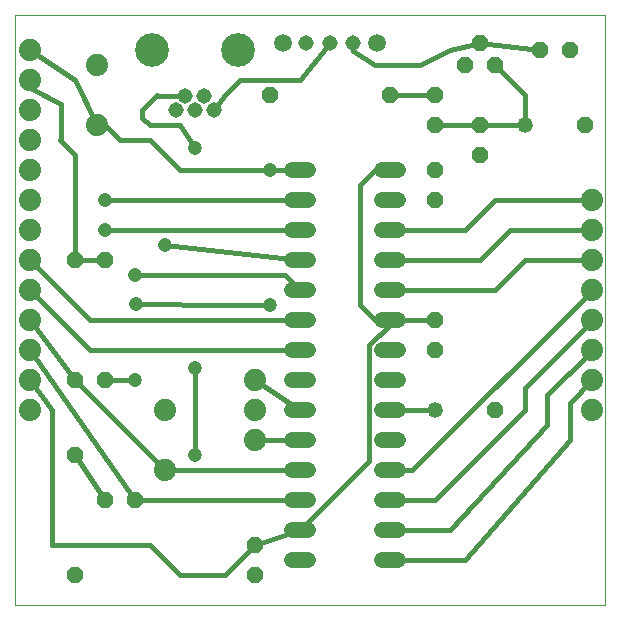
<source format=gtl>
G75*
%MOIN*%
%OFA0B0*%
%FSLAX25Y25*%
%IPPOS*%
%LPD*%
%AMOC8*
5,1,8,0,0,1.08239X$1,22.5*
%
%ADD10C,0.00000*%
%ADD11OC8,0.05200*%
%ADD12C,0.05200*%
%ADD13C,0.05150*%
%ADD14C,0.11220*%
%ADD15C,0.05200*%
%ADD16C,0.05937*%
%ADD17C,0.07400*%
%ADD18C,0.01600*%
%ADD19C,0.04750*%
D10*
X0006000Y0001800D02*
X0006000Y0198650D01*
X0202850Y0198650D01*
X0202850Y0001800D01*
X0006000Y0001800D01*
D11*
X0026000Y0011800D03*
X0036000Y0036800D03*
X0046000Y0036800D03*
X0026000Y0051800D03*
X0026000Y0076800D03*
X0036000Y0076800D03*
X0036000Y0116800D03*
X0026000Y0116800D03*
X0091000Y0171800D03*
X0131000Y0171800D03*
X0146000Y0171800D03*
X0156000Y0181800D03*
X0161000Y0189300D03*
X0166000Y0181800D03*
X0181000Y0186800D03*
X0191000Y0186800D03*
X0196000Y0161800D03*
X0161000Y0161800D03*
X0161000Y0151800D03*
X0146000Y0146800D03*
X0146000Y0136800D03*
X0146000Y0161800D03*
X0146000Y0096800D03*
X0146000Y0086800D03*
X0166000Y0066800D03*
X0086000Y0021800D03*
X0086000Y0011800D03*
D12*
X0146000Y0066800D03*
X0176000Y0161800D03*
D13*
X0118874Y0189300D03*
X0111000Y0189300D03*
X0103126Y0189300D03*
X0072299Y0166721D03*
X0069150Y0171446D03*
X0066000Y0166721D03*
X0062850Y0171446D03*
X0059701Y0166721D03*
D14*
X0051630Y0186800D03*
X0080370Y0186800D03*
D15*
X0098400Y0146800D02*
X0103600Y0146800D01*
X0103600Y0136800D02*
X0098400Y0136800D01*
X0098400Y0126800D02*
X0103600Y0126800D01*
X0103600Y0116800D02*
X0098400Y0116800D01*
X0098400Y0106800D02*
X0103600Y0106800D01*
X0103600Y0096800D02*
X0098400Y0096800D01*
X0098400Y0086800D02*
X0103600Y0086800D01*
X0103600Y0076800D02*
X0098400Y0076800D01*
X0098400Y0066800D02*
X0103600Y0066800D01*
X0103600Y0056800D02*
X0098400Y0056800D01*
X0098400Y0046800D02*
X0103600Y0046800D01*
X0103600Y0036800D02*
X0098400Y0036800D01*
X0098400Y0026800D02*
X0103600Y0026800D01*
X0103600Y0016800D02*
X0098400Y0016800D01*
X0128400Y0016800D02*
X0133600Y0016800D01*
X0133600Y0026800D02*
X0128400Y0026800D01*
X0128400Y0036800D02*
X0133600Y0036800D01*
X0133600Y0046800D02*
X0128400Y0046800D01*
X0128400Y0056800D02*
X0133600Y0056800D01*
X0133600Y0066800D02*
X0128400Y0066800D01*
X0128400Y0076800D02*
X0133600Y0076800D01*
X0133600Y0086800D02*
X0128400Y0086800D01*
X0128400Y0096800D02*
X0133600Y0096800D01*
X0133600Y0106800D02*
X0128400Y0106800D01*
X0128400Y0116800D02*
X0133600Y0116800D01*
X0133600Y0126800D02*
X0128400Y0126800D01*
X0128400Y0136800D02*
X0133600Y0136800D01*
X0133600Y0146800D02*
X0128400Y0146800D01*
D16*
X0126748Y0189300D03*
X0095252Y0189300D03*
D17*
X0033500Y0181800D03*
X0033500Y0161800D03*
X0011000Y0156800D03*
X0011000Y0146800D03*
X0011000Y0136800D03*
X0011000Y0126800D03*
X0011000Y0116800D03*
X0011000Y0106800D03*
X0011000Y0096800D03*
X0011000Y0086800D03*
X0011000Y0076800D03*
X0011000Y0066800D03*
X0056000Y0066800D03*
X0056000Y0046800D03*
X0086000Y0056800D03*
X0086000Y0066800D03*
X0086000Y0076800D03*
X0011000Y0166800D03*
X0011000Y0176800D03*
X0011000Y0186800D03*
X0198500Y0136800D03*
X0198500Y0126800D03*
X0198500Y0116800D03*
X0198500Y0106800D03*
X0198500Y0096800D03*
X0198500Y0086800D03*
X0198500Y0076800D03*
X0198500Y0066800D03*
D18*
X0191000Y0069300D02*
X0191000Y0056800D01*
X0156000Y0016800D01*
X0131000Y0016800D01*
X0131000Y0026800D02*
X0151000Y0026800D01*
X0183500Y0061800D01*
X0183500Y0071800D01*
X0198050Y0086350D01*
X0198500Y0076800D02*
X0191000Y0069300D01*
X0176000Y0066800D02*
X0176000Y0074300D01*
X0198050Y0096350D01*
X0198050Y0106350D02*
X0138500Y0046800D01*
X0131000Y0046800D01*
X0124200Y0050000D02*
X0124200Y0088540D01*
X0131000Y0095340D01*
X0131000Y0096800D01*
X0126000Y0096800D01*
X0121000Y0101800D01*
X0121000Y0141800D01*
X0126000Y0146800D01*
X0131000Y0146800D01*
X0146000Y0161800D02*
X0161000Y0161800D01*
X0176000Y0161800D01*
X0176000Y0171800D01*
X0166000Y0181800D01*
X0161000Y0189300D02*
X0181000Y0186800D01*
X0161000Y0189300D02*
X0151000Y0186800D01*
X0141000Y0181800D01*
X0126000Y0181800D01*
X0118874Y0186426D01*
X0118874Y0189300D01*
X0111000Y0189300D02*
X0101000Y0176800D01*
X0081000Y0176800D01*
X0075921Y0171721D01*
X0072299Y0166721D01*
X0062850Y0171446D02*
X0053854Y0171446D01*
X0053500Y0171800D01*
X0048500Y0166800D01*
X0048500Y0164300D01*
X0051000Y0161800D01*
X0056000Y0161800D01*
X0061000Y0161800D01*
X0066000Y0154300D01*
X0061000Y0146800D02*
X0051000Y0156800D01*
X0041000Y0156800D01*
X0036000Y0161800D01*
X0033500Y0161800D01*
X0026000Y0176800D01*
X0011000Y0186800D01*
X0011000Y0176800D02*
X0011000Y0174295D01*
X0021300Y0168995D01*
X0021300Y0156500D01*
X0021000Y0156800D01*
X0021300Y0156500D02*
X0026000Y0151800D01*
X0026000Y0116800D01*
X0036000Y0116800D01*
X0036000Y0126800D02*
X0101000Y0126800D01*
X0101000Y0116800D02*
X0056000Y0121800D01*
X0046000Y0111800D02*
X0096000Y0111800D01*
X0101000Y0106800D01*
X0101000Y0096800D02*
X0031000Y0096800D01*
X0011000Y0116800D01*
X0011000Y0106800D02*
X0031000Y0086800D01*
X0101000Y0086800D01*
X0086000Y0076800D02*
X0101000Y0066800D01*
X0101000Y0056800D02*
X0086000Y0056800D01*
X0101000Y0046800D02*
X0056000Y0046800D01*
X0026000Y0076800D01*
X0011000Y0096800D01*
X0011000Y0086800D02*
X0046000Y0036800D01*
X0101000Y0036800D01*
X0101000Y0026800D02*
X0124200Y0050000D01*
X0131000Y0036800D02*
X0146000Y0036800D01*
X0176000Y0066800D01*
X0146000Y0066800D02*
X0131000Y0066800D01*
X0131000Y0096800D02*
X0146000Y0096800D01*
X0131000Y0106800D02*
X0166000Y0106800D01*
X0176000Y0116800D01*
X0198500Y0116800D01*
X0198050Y0126800D02*
X0171000Y0126800D01*
X0161000Y0116800D01*
X0131000Y0116800D01*
X0131000Y0126800D02*
X0156000Y0126800D01*
X0166000Y0136800D01*
X0198500Y0136800D01*
X0146000Y0171800D02*
X0131000Y0171800D01*
X0101000Y0146800D02*
X0091000Y0146800D01*
X0061000Y0146800D01*
X0036000Y0136800D02*
X0101000Y0136800D01*
X0091000Y0101800D02*
X0076621Y0101800D01*
X0046311Y0102111D01*
X0066000Y0080775D02*
X0066000Y0051800D01*
X0046000Y0076800D02*
X0036000Y0076800D01*
X0018500Y0066800D02*
X0018500Y0021800D01*
X0051000Y0021800D01*
X0061000Y0011800D01*
X0076000Y0011800D01*
X0086000Y0021800D01*
X0101000Y0026800D01*
X0036000Y0036800D02*
X0026000Y0051800D01*
X0018500Y0066800D02*
X0011000Y0076800D01*
D19*
X0046000Y0076800D03*
X0066000Y0080775D03*
X0046311Y0102111D03*
X0046000Y0111800D03*
X0056000Y0121800D03*
X0036000Y0126800D03*
X0036000Y0136800D03*
X0066000Y0154300D03*
X0091000Y0146800D03*
X0091000Y0101800D03*
X0066000Y0051800D03*
M02*

</source>
